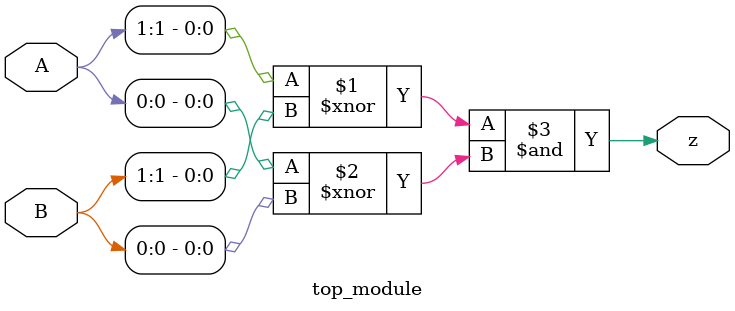
<source format=v>
module top_module ( input [1:0] A, input [1:0] B, output z ); 
assign z = (A[1]~^B[1])&(A[0]~^B[0]);
endmodule

</source>
